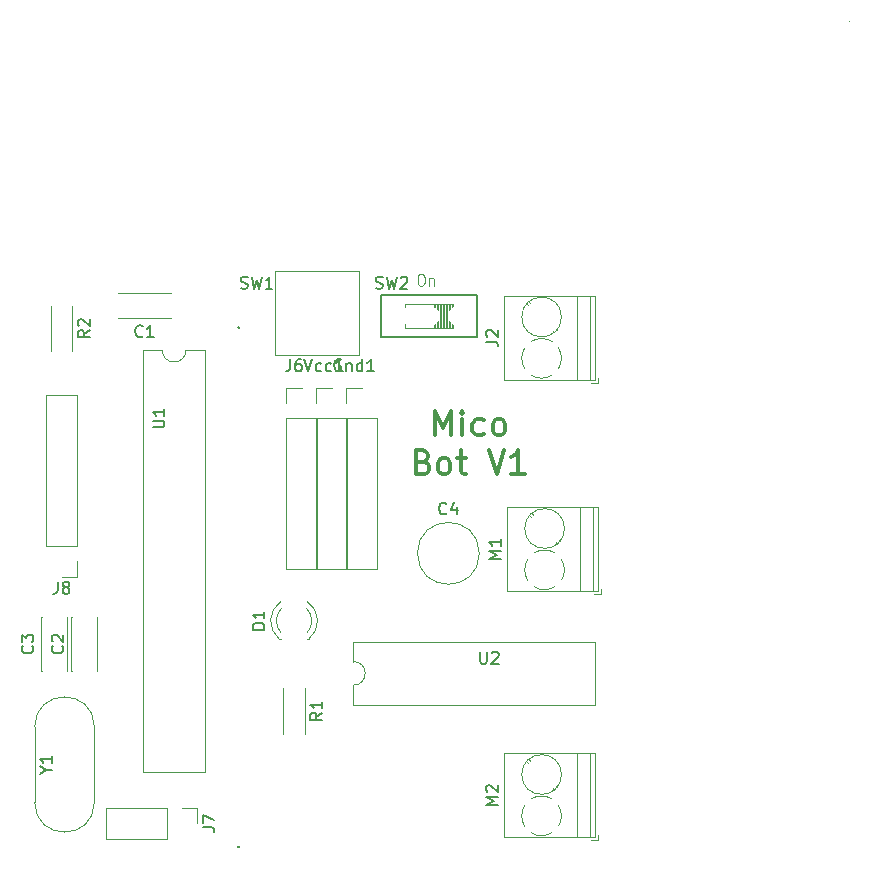
<source format=gto>
G04 #@! TF.GenerationSoftware,KiCad,Pcbnew,(5.1.8)-1*
G04 #@! TF.CreationDate,2021-03-23T12:44:49+01:00*
G04 #@! TF.ProjectId,MicoBot1,4d69636f-426f-4743-912e-6b696361645f,rev?*
G04 #@! TF.SameCoordinates,Original*
G04 #@! TF.FileFunction,Legend,Top*
G04 #@! TF.FilePolarity,Positive*
%FSLAX46Y46*%
G04 Gerber Fmt 4.6, Leading zero omitted, Abs format (unit mm)*
G04 Created by KiCad (PCBNEW (5.1.8)-1) date 2021-03-23 12:44:49*
%MOMM*%
%LPD*%
G01*
G04 APERTURE LIST*
%ADD10C,0.300000*%
%ADD11C,0.120000*%
%ADD12C,0.127000*%
%ADD13C,0.150000*%
%ADD14C,0.050000*%
%ADD15C,2.502000*%
%ADD16O,1.702000X1.702000*%
%ADD17C,1.626000*%
%ADD18C,1.778400*%
%ADD19C,1.502000*%
%ADD20O,1.502000X1.502000*%
%ADD21C,1.902000*%
%ADD22C,1.702000*%
%ADD23C,1.602000*%
%ADD24C,1.302000*%
%ADD25O,1.802000X1.802000*%
G04 APERTURE END LIST*
D10*
X135144238Y-113808761D02*
X135144238Y-111808761D01*
X135810904Y-113237333D01*
X136477571Y-111808761D01*
X136477571Y-113808761D01*
X137429952Y-113808761D02*
X137429952Y-112475428D01*
X137429952Y-111808761D02*
X137334714Y-111904000D01*
X137429952Y-111999238D01*
X137525190Y-111904000D01*
X137429952Y-111808761D01*
X137429952Y-111999238D01*
X139239476Y-113713523D02*
X139049000Y-113808761D01*
X138668047Y-113808761D01*
X138477571Y-113713523D01*
X138382333Y-113618285D01*
X138287095Y-113427809D01*
X138287095Y-112856380D01*
X138382333Y-112665904D01*
X138477571Y-112570666D01*
X138668047Y-112475428D01*
X139049000Y-112475428D01*
X139239476Y-112570666D01*
X140382333Y-113808761D02*
X140191857Y-113713523D01*
X140096619Y-113618285D01*
X140001380Y-113427809D01*
X140001380Y-112856380D01*
X140096619Y-112665904D01*
X140191857Y-112570666D01*
X140382333Y-112475428D01*
X140668047Y-112475428D01*
X140858523Y-112570666D01*
X140953761Y-112665904D01*
X141049000Y-112856380D01*
X141049000Y-113427809D01*
X140953761Y-113618285D01*
X140858523Y-113713523D01*
X140668047Y-113808761D01*
X140382333Y-113808761D01*
X134144238Y-116061142D02*
X134429952Y-116156380D01*
X134525190Y-116251619D01*
X134620428Y-116442095D01*
X134620428Y-116727809D01*
X134525190Y-116918285D01*
X134429952Y-117013523D01*
X134239476Y-117108761D01*
X133477571Y-117108761D01*
X133477571Y-115108761D01*
X134144238Y-115108761D01*
X134334714Y-115204000D01*
X134429952Y-115299238D01*
X134525190Y-115489714D01*
X134525190Y-115680190D01*
X134429952Y-115870666D01*
X134334714Y-115965904D01*
X134144238Y-116061142D01*
X133477571Y-116061142D01*
X135763285Y-117108761D02*
X135572809Y-117013523D01*
X135477571Y-116918285D01*
X135382333Y-116727809D01*
X135382333Y-116156380D01*
X135477571Y-115965904D01*
X135572809Y-115870666D01*
X135763285Y-115775428D01*
X136049000Y-115775428D01*
X136239476Y-115870666D01*
X136334714Y-115965904D01*
X136429952Y-116156380D01*
X136429952Y-116727809D01*
X136334714Y-116918285D01*
X136239476Y-117013523D01*
X136049000Y-117108761D01*
X135763285Y-117108761D01*
X137001380Y-115775428D02*
X137763285Y-115775428D01*
X137287095Y-115108761D02*
X137287095Y-116823047D01*
X137382333Y-117013523D01*
X137572809Y-117108761D01*
X137763285Y-117108761D01*
X139668047Y-115108761D02*
X140334714Y-117108761D01*
X141001380Y-115108761D01*
X142715666Y-117108761D02*
X141572809Y-117108761D01*
X142144238Y-117108761D02*
X142144238Y-115108761D01*
X141953761Y-115394476D01*
X141763285Y-115584952D01*
X141572809Y-115680190D01*
D11*
X170180000Y-78740000D02*
X170180000Y-78740000D01*
X112030000Y-106620000D02*
X110380000Y-106620000D01*
X110380000Y-106620000D02*
X110380000Y-142300000D01*
X110380000Y-142300000D02*
X115680000Y-142300000D01*
X115680000Y-142300000D02*
X115680000Y-106620000D01*
X115680000Y-106620000D02*
X114030000Y-106620000D01*
X114030000Y-106620000D02*
G75*
G02*
X112030000Y-106620000I-1000000J0D01*
G01*
X128210000Y-134985000D02*
X128210000Y-136635000D01*
X128210000Y-136635000D02*
X148650000Y-136635000D01*
X148650000Y-136635000D02*
X148650000Y-131335000D01*
X148650000Y-131335000D02*
X128210000Y-131335000D01*
X128210000Y-131335000D02*
X128210000Y-132985000D01*
X128210000Y-132985000D02*
G75*
G02*
X128210000Y-134985000I0J-1000000D01*
G01*
X121539000Y-99949000D02*
X121539000Y-107061000D01*
X121539000Y-107061000D02*
X128651000Y-107061000D01*
X128651000Y-107061000D02*
X128651000Y-99949000D01*
X128651000Y-99949000D02*
X121539000Y-99949000D01*
D12*
X135128000Y-104775000D02*
X135128000Y-102743000D01*
X135382000Y-102743000D02*
X135382000Y-104775000D01*
X135636000Y-104775000D02*
X135636000Y-102743000D01*
X135890000Y-102743000D02*
X135890000Y-104775000D01*
X136144000Y-104775000D02*
X136144000Y-102743000D01*
X136398000Y-102743000D02*
X136398000Y-104775000D01*
X136652000Y-104775000D02*
X136652000Y-102743000D01*
X138684000Y-101981000D02*
X138684000Y-105537000D01*
X130556000Y-101981000D02*
X138684000Y-101981000D01*
X130556000Y-105537000D02*
X130556000Y-101981000D01*
X138684000Y-105537000D02*
X130556000Y-105537000D01*
D11*
X136652000Y-104775000D02*
X132588000Y-104775000D01*
X132588000Y-104775000D02*
X132588000Y-102743000D01*
X132588000Y-102743000D02*
X136652000Y-102743000D01*
X124110000Y-135240000D02*
X124110000Y-139080000D01*
X122270000Y-135240000D02*
X122270000Y-139080000D01*
X121954000Y-131100000D02*
X122110000Y-131100000D01*
X124270000Y-131100000D02*
X124426000Y-131100000D01*
X122111392Y-127867665D02*
G75*
G03*
X121954484Y-131100000I1078608J-1672335D01*
G01*
X124268608Y-127867665D02*
G75*
G02*
X124425516Y-131100000I-1078608J-1672335D01*
G01*
X122110163Y-128498870D02*
G75*
G03*
X122110000Y-130580961I1079837J-1041130D01*
G01*
X124269837Y-128498870D02*
G75*
G02*
X124270000Y-130580961I-1079837J-1041130D01*
G01*
X104340000Y-133755000D02*
X104340000Y-129215000D01*
X106480000Y-133755000D02*
X106480000Y-129215000D01*
X104340000Y-133755000D02*
X104355000Y-133755000D01*
X106465000Y-133755000D02*
X106480000Y-133755000D01*
X104340000Y-129215000D02*
X104355000Y-129215000D01*
X106465000Y-129215000D02*
X106480000Y-129215000D01*
X103925000Y-129215000D02*
X103940000Y-129215000D01*
X101800000Y-129215000D02*
X101815000Y-129215000D01*
X103925000Y-133755000D02*
X103940000Y-133755000D01*
X101800000Y-133755000D02*
X101815000Y-133755000D01*
X103940000Y-133755000D02*
X103940000Y-129215000D01*
X101800000Y-133755000D02*
X101800000Y-129215000D01*
X112800000Y-103940000D02*
X108260000Y-103940000D01*
X112800000Y-101800000D02*
X108260000Y-101800000D01*
X112800000Y-103940000D02*
X112800000Y-103925000D01*
X112800000Y-101815000D02*
X112800000Y-101800000D01*
X108260000Y-103940000D02*
X108260000Y-103925000D01*
X108260000Y-101815000D02*
X108260000Y-101800000D01*
X104425000Y-102855000D02*
X104425000Y-106695000D01*
X102585000Y-102855000D02*
X102585000Y-106695000D01*
X101234000Y-144905000D02*
X101234000Y-138505000D01*
X106284000Y-144905000D02*
X106284000Y-138505000D01*
X106284000Y-144905000D02*
G75*
G02*
X101234000Y-144905000I-2525000J0D01*
G01*
X106284000Y-138505000D02*
G75*
G03*
X101234000Y-138505000I-2525000J0D01*
G01*
X138875000Y-123825000D02*
G75*
G03*
X138875000Y-123825000I-2620000J0D01*
G01*
X145825000Y-103815000D02*
G75*
G03*
X145825000Y-103815000I-1680000J0D01*
G01*
X148245000Y-109125000D02*
X148245000Y-102005000D01*
X147145000Y-109125000D02*
X147145000Y-102005000D01*
X140985000Y-109125000D02*
X140985000Y-102005000D01*
X148705000Y-109125000D02*
X148705000Y-102005000D01*
X140985000Y-109125000D02*
X148705000Y-109125000D01*
X140985000Y-102005000D02*
X148705000Y-102005000D01*
X143076000Y-102540000D02*
X143204000Y-102669000D01*
X145326000Y-104790000D02*
X145419000Y-104884000D01*
X142870000Y-102745000D02*
X142964000Y-102839000D01*
X145086000Y-104960000D02*
X145214000Y-105089000D01*
X148305000Y-109365000D02*
X148945000Y-109365000D01*
X148945000Y-109365000D02*
X148945000Y-108965000D01*
X145569721Y-106424736D02*
G75*
G02*
X145825000Y-107315000I-1424721J-890264D01*
G01*
X143254807Y-105889495D02*
G75*
G02*
X145036000Y-105890000I890193J-1425505D01*
G01*
X142719642Y-108204894D02*
G75*
G02*
X142705000Y-106449000I1425358J889894D01*
G01*
X145034894Y-108740358D02*
G75*
G02*
X143279000Y-108755000I-889894J1425358D01*
G01*
X145825099Y-107286326D02*
G75*
G02*
X145585000Y-108181000I-1680099J-28674D01*
G01*
X145825000Y-142550000D02*
G75*
G03*
X145825000Y-142550000I-1680000J0D01*
G01*
X148245000Y-147860000D02*
X148245000Y-140740000D01*
X147145000Y-147860000D02*
X147145000Y-140740000D01*
X140985000Y-147860000D02*
X140985000Y-140740000D01*
X148705000Y-147860000D02*
X148705000Y-140740000D01*
X140985000Y-147860000D02*
X148705000Y-147860000D01*
X140985000Y-140740000D02*
X148705000Y-140740000D01*
X143076000Y-141275000D02*
X143204000Y-141404000D01*
X145326000Y-143525000D02*
X145419000Y-143619000D01*
X142870000Y-141480000D02*
X142964000Y-141574000D01*
X145086000Y-143695000D02*
X145214000Y-143824000D01*
X148305000Y-148100000D02*
X148945000Y-148100000D01*
X148945000Y-148100000D02*
X148945000Y-147700000D01*
X145569721Y-145159736D02*
G75*
G02*
X145825000Y-146050000I-1424721J-890264D01*
G01*
X143254807Y-144624495D02*
G75*
G02*
X145036000Y-144625000I890193J-1425505D01*
G01*
X142719642Y-146939894D02*
G75*
G02*
X142705000Y-145184000I1425358J889894D01*
G01*
X145034894Y-147475358D02*
G75*
G02*
X143279000Y-147490000I-889894J1425358D01*
G01*
X145825099Y-146021326D02*
G75*
G02*
X145585000Y-146916000I-1680099J-28674D01*
G01*
X149199000Y-127272000D02*
X149199000Y-126872000D01*
X148559000Y-127272000D02*
X149199000Y-127272000D01*
X145340000Y-122867000D02*
X145468000Y-122996000D01*
X143124000Y-120652000D02*
X143218000Y-120746000D01*
X145580000Y-122697000D02*
X145673000Y-122791000D01*
X143330000Y-120447000D02*
X143458000Y-120576000D01*
X141239000Y-119912000D02*
X148959000Y-119912000D01*
X141239000Y-127032000D02*
X148959000Y-127032000D01*
X148959000Y-127032000D02*
X148959000Y-119912000D01*
X141239000Y-127032000D02*
X141239000Y-119912000D01*
X147399000Y-127032000D02*
X147399000Y-119912000D01*
X148499000Y-127032000D02*
X148499000Y-119912000D01*
X146079000Y-121722000D02*
G75*
G03*
X146079000Y-121722000I-1680000J0D01*
G01*
X146079099Y-125193326D02*
G75*
G02*
X145839000Y-126088000I-1680099J-28674D01*
G01*
X145288894Y-126647358D02*
G75*
G02*
X143533000Y-126662000I-889894J1425358D01*
G01*
X142973642Y-126111894D02*
G75*
G02*
X142959000Y-124356000I1425358J889894D01*
G01*
X143508807Y-123796495D02*
G75*
G02*
X145290000Y-123797000I890193J-1425505D01*
G01*
X145823721Y-124331736D02*
G75*
G02*
X146079000Y-125222000I-1424721J-890264D01*
G01*
X122495000Y-125155000D02*
X125155000Y-125155000D01*
X122495000Y-112395000D02*
X122495000Y-125155000D01*
X125155000Y-112395000D02*
X125155000Y-125155000D01*
X122495000Y-112395000D02*
X125155000Y-112395000D01*
X122495000Y-111125000D02*
X122495000Y-109795000D01*
X122495000Y-109795000D02*
X123825000Y-109795000D01*
X107255000Y-145355000D02*
X107255000Y-148015000D01*
X112395000Y-145355000D02*
X107255000Y-145355000D01*
X112395000Y-148015000D02*
X107255000Y-148015000D01*
X112395000Y-145355000D02*
X112395000Y-148015000D01*
X113665000Y-145355000D02*
X114995000Y-145355000D01*
X114995000Y-145355000D02*
X114995000Y-146685000D01*
X104835000Y-125790000D02*
X103505000Y-125790000D01*
X104835000Y-124460000D02*
X104835000Y-125790000D01*
X104835000Y-123190000D02*
X102175000Y-123190000D01*
X102175000Y-123190000D02*
X102175000Y-110430000D01*
X104835000Y-123190000D02*
X104835000Y-110430000D01*
X104835000Y-110430000D02*
X102175000Y-110430000D01*
X125035000Y-109795000D02*
X126365000Y-109795000D01*
X125035000Y-111125000D02*
X125035000Y-109795000D01*
X125035000Y-112395000D02*
X127695000Y-112395000D01*
X127695000Y-112395000D02*
X127695000Y-125155000D01*
X125035000Y-112395000D02*
X125035000Y-125155000D01*
X125035000Y-125155000D02*
X127695000Y-125155000D01*
X127575000Y-125155000D02*
X130235000Y-125155000D01*
X127575000Y-112395000D02*
X127575000Y-125155000D01*
X130235000Y-112395000D02*
X130235000Y-125155000D01*
X127575000Y-112395000D02*
X130235000Y-112395000D01*
X127575000Y-111125000D02*
X127575000Y-109795000D01*
X127575000Y-109795000D02*
X128905000Y-109795000D01*
D13*
X118500000Y-148627142D02*
X118547619Y-148674761D01*
X118500000Y-148722380D01*
X118452380Y-148674761D01*
X118500000Y-148627142D01*
X118500000Y-148722380D01*
X118500000Y-104627142D02*
X118547619Y-104674761D01*
X118500000Y-104722380D01*
X118452380Y-104674761D01*
X118500000Y-104627142D01*
X118500000Y-104722380D01*
X111212380Y-113156904D02*
X112021904Y-113156904D01*
X112117142Y-113109285D01*
X112164761Y-113061666D01*
X112212380Y-112966428D01*
X112212380Y-112775952D01*
X112164761Y-112680714D01*
X112117142Y-112633095D01*
X112021904Y-112585476D01*
X111212380Y-112585476D01*
X112212380Y-111585476D02*
X112212380Y-112156904D01*
X112212380Y-111871190D02*
X111212380Y-111871190D01*
X111355238Y-111966428D01*
X111450476Y-112061666D01*
X111498095Y-112156904D01*
X138938095Y-132167380D02*
X138938095Y-132976904D01*
X138985714Y-133072142D01*
X139033333Y-133119761D01*
X139128571Y-133167380D01*
X139319047Y-133167380D01*
X139414285Y-133119761D01*
X139461904Y-133072142D01*
X139509523Y-132976904D01*
X139509523Y-132167380D01*
X139938095Y-132262619D02*
X139985714Y-132215000D01*
X140080952Y-132167380D01*
X140319047Y-132167380D01*
X140414285Y-132215000D01*
X140461904Y-132262619D01*
X140509523Y-132357857D01*
X140509523Y-132453095D01*
X140461904Y-132595952D01*
X139890476Y-133167380D01*
X140509523Y-133167380D01*
X118681666Y-101369761D02*
X118824523Y-101417380D01*
X119062619Y-101417380D01*
X119157857Y-101369761D01*
X119205476Y-101322142D01*
X119253095Y-101226904D01*
X119253095Y-101131666D01*
X119205476Y-101036428D01*
X119157857Y-100988809D01*
X119062619Y-100941190D01*
X118872142Y-100893571D01*
X118776904Y-100845952D01*
X118729285Y-100798333D01*
X118681666Y-100703095D01*
X118681666Y-100607857D01*
X118729285Y-100512619D01*
X118776904Y-100465000D01*
X118872142Y-100417380D01*
X119110238Y-100417380D01*
X119253095Y-100465000D01*
X119586428Y-100417380D02*
X119824523Y-101417380D01*
X120015000Y-100703095D01*
X120205476Y-101417380D01*
X120443571Y-100417380D01*
X121348333Y-101417380D02*
X120776904Y-101417380D01*
X121062619Y-101417380D02*
X121062619Y-100417380D01*
X120967380Y-100560238D01*
X120872142Y-100655476D01*
X120776904Y-100703095D01*
X130111666Y-101369761D02*
X130254523Y-101417380D01*
X130492619Y-101417380D01*
X130587857Y-101369761D01*
X130635476Y-101322142D01*
X130683095Y-101226904D01*
X130683095Y-101131666D01*
X130635476Y-101036428D01*
X130587857Y-100988809D01*
X130492619Y-100941190D01*
X130302142Y-100893571D01*
X130206904Y-100845952D01*
X130159285Y-100798333D01*
X130111666Y-100703095D01*
X130111666Y-100607857D01*
X130159285Y-100512619D01*
X130206904Y-100465000D01*
X130302142Y-100417380D01*
X130540238Y-100417380D01*
X130683095Y-100465000D01*
X131016428Y-100417380D02*
X131254523Y-101417380D01*
X131445000Y-100703095D01*
X131635476Y-101417380D01*
X131873571Y-100417380D01*
X132206904Y-100512619D02*
X132254523Y-100465000D01*
X132349761Y-100417380D01*
X132587857Y-100417380D01*
X132683095Y-100465000D01*
X132730714Y-100512619D01*
X132778333Y-100607857D01*
X132778333Y-100703095D01*
X132730714Y-100845952D01*
X132159285Y-101417380D01*
X132778333Y-101417380D01*
D14*
X133873142Y-100163380D02*
X134044571Y-100163380D01*
X134130285Y-100211000D01*
X134216000Y-100306238D01*
X134258857Y-100496714D01*
X134258857Y-100830047D01*
X134216000Y-101020523D01*
X134130285Y-101115761D01*
X134044571Y-101163380D01*
X133873142Y-101163380D01*
X133787428Y-101115761D01*
X133701714Y-101020523D01*
X133658857Y-100830047D01*
X133658857Y-100496714D01*
X133701714Y-100306238D01*
X133787428Y-100211000D01*
X133873142Y-100163380D01*
X134644571Y-100496714D02*
X134644571Y-101163380D01*
X134644571Y-100591952D02*
X134687428Y-100544333D01*
X134773142Y-100496714D01*
X134901714Y-100496714D01*
X134987428Y-100544333D01*
X135030285Y-100639571D01*
X135030285Y-101163380D01*
D13*
X125562380Y-137326666D02*
X125086190Y-137660000D01*
X125562380Y-137898095D02*
X124562380Y-137898095D01*
X124562380Y-137517142D01*
X124610000Y-137421904D01*
X124657619Y-137374285D01*
X124752857Y-137326666D01*
X124895714Y-137326666D01*
X124990952Y-137374285D01*
X125038571Y-137421904D01*
X125086190Y-137517142D01*
X125086190Y-137898095D01*
X125562380Y-136374285D02*
X125562380Y-136945714D01*
X125562380Y-136660000D02*
X124562380Y-136660000D01*
X124705238Y-136755238D01*
X124800476Y-136850476D01*
X124848095Y-136945714D01*
X120682380Y-130278095D02*
X119682380Y-130278095D01*
X119682380Y-130040000D01*
X119730000Y-129897142D01*
X119825238Y-129801904D01*
X119920476Y-129754285D01*
X120110952Y-129706666D01*
X120253809Y-129706666D01*
X120444285Y-129754285D01*
X120539523Y-129801904D01*
X120634761Y-129897142D01*
X120682380Y-130040000D01*
X120682380Y-130278095D01*
X120682380Y-128754285D02*
X120682380Y-129325714D01*
X120682380Y-129040000D02*
X119682380Y-129040000D01*
X119825238Y-129135238D01*
X119920476Y-129230476D01*
X119968095Y-129325714D01*
X103567142Y-131651666D02*
X103614761Y-131699285D01*
X103662380Y-131842142D01*
X103662380Y-131937380D01*
X103614761Y-132080238D01*
X103519523Y-132175476D01*
X103424285Y-132223095D01*
X103233809Y-132270714D01*
X103090952Y-132270714D01*
X102900476Y-132223095D01*
X102805238Y-132175476D01*
X102710000Y-132080238D01*
X102662380Y-131937380D01*
X102662380Y-131842142D01*
X102710000Y-131699285D01*
X102757619Y-131651666D01*
X102757619Y-131270714D02*
X102710000Y-131223095D01*
X102662380Y-131127857D01*
X102662380Y-130889761D01*
X102710000Y-130794523D01*
X102757619Y-130746904D01*
X102852857Y-130699285D01*
X102948095Y-130699285D01*
X103090952Y-130746904D01*
X103662380Y-131318333D01*
X103662380Y-130699285D01*
X101027142Y-131651666D02*
X101074761Y-131699285D01*
X101122380Y-131842142D01*
X101122380Y-131937380D01*
X101074761Y-132080238D01*
X100979523Y-132175476D01*
X100884285Y-132223095D01*
X100693809Y-132270714D01*
X100550952Y-132270714D01*
X100360476Y-132223095D01*
X100265238Y-132175476D01*
X100170000Y-132080238D01*
X100122380Y-131937380D01*
X100122380Y-131842142D01*
X100170000Y-131699285D01*
X100217619Y-131651666D01*
X100122380Y-131318333D02*
X100122380Y-130699285D01*
X100503333Y-131032619D01*
X100503333Y-130889761D01*
X100550952Y-130794523D01*
X100598571Y-130746904D01*
X100693809Y-130699285D01*
X100931904Y-130699285D01*
X101027142Y-130746904D01*
X101074761Y-130794523D01*
X101122380Y-130889761D01*
X101122380Y-131175476D01*
X101074761Y-131270714D01*
X101027142Y-131318333D01*
X110363333Y-105427142D02*
X110315714Y-105474761D01*
X110172857Y-105522380D01*
X110077619Y-105522380D01*
X109934761Y-105474761D01*
X109839523Y-105379523D01*
X109791904Y-105284285D01*
X109744285Y-105093809D01*
X109744285Y-104950952D01*
X109791904Y-104760476D01*
X109839523Y-104665238D01*
X109934761Y-104570000D01*
X110077619Y-104522380D01*
X110172857Y-104522380D01*
X110315714Y-104570000D01*
X110363333Y-104617619D01*
X111315714Y-105522380D02*
X110744285Y-105522380D01*
X111030000Y-105522380D02*
X111030000Y-104522380D01*
X110934761Y-104665238D01*
X110839523Y-104760476D01*
X110744285Y-104808095D01*
X105877380Y-104941666D02*
X105401190Y-105275000D01*
X105877380Y-105513095D02*
X104877380Y-105513095D01*
X104877380Y-105132142D01*
X104925000Y-105036904D01*
X104972619Y-104989285D01*
X105067857Y-104941666D01*
X105210714Y-104941666D01*
X105305952Y-104989285D01*
X105353571Y-105036904D01*
X105401190Y-105132142D01*
X105401190Y-105513095D01*
X104972619Y-104560714D02*
X104925000Y-104513095D01*
X104877380Y-104417857D01*
X104877380Y-104179761D01*
X104925000Y-104084523D01*
X104972619Y-104036904D01*
X105067857Y-103989285D01*
X105163095Y-103989285D01*
X105305952Y-104036904D01*
X105877380Y-104608333D01*
X105877380Y-103989285D01*
X102211190Y-142181190D02*
X102687380Y-142181190D01*
X101687380Y-142514523D02*
X102211190Y-142181190D01*
X101687380Y-141847857D01*
X102687380Y-140990714D02*
X102687380Y-141562142D01*
X102687380Y-141276428D02*
X101687380Y-141276428D01*
X101830238Y-141371666D01*
X101925476Y-141466904D01*
X101973095Y-141562142D01*
X136088333Y-120432142D02*
X136040714Y-120479761D01*
X135897857Y-120527380D01*
X135802619Y-120527380D01*
X135659761Y-120479761D01*
X135564523Y-120384523D01*
X135516904Y-120289285D01*
X135469285Y-120098809D01*
X135469285Y-119955952D01*
X135516904Y-119765476D01*
X135564523Y-119670238D01*
X135659761Y-119575000D01*
X135802619Y-119527380D01*
X135897857Y-119527380D01*
X136040714Y-119575000D01*
X136088333Y-119622619D01*
X136945476Y-119860714D02*
X136945476Y-120527380D01*
X136707380Y-119479761D02*
X136469285Y-120194047D01*
X137088333Y-120194047D01*
X139437380Y-105898333D02*
X140151666Y-105898333D01*
X140294523Y-105945952D01*
X140389761Y-106041190D01*
X140437380Y-106184047D01*
X140437380Y-106279285D01*
X139532619Y-105469761D02*
X139485000Y-105422142D01*
X139437380Y-105326904D01*
X139437380Y-105088809D01*
X139485000Y-104993571D01*
X139532619Y-104945952D01*
X139627857Y-104898333D01*
X139723095Y-104898333D01*
X139865952Y-104945952D01*
X140437380Y-105517380D01*
X140437380Y-104898333D01*
X140437380Y-145109523D02*
X139437380Y-145109523D01*
X140151666Y-144776190D01*
X139437380Y-144442857D01*
X140437380Y-144442857D01*
X139532619Y-144014285D02*
X139485000Y-143966666D01*
X139437380Y-143871428D01*
X139437380Y-143633333D01*
X139485000Y-143538095D01*
X139532619Y-143490476D01*
X139627857Y-143442857D01*
X139723095Y-143442857D01*
X139865952Y-143490476D01*
X140437380Y-144061904D01*
X140437380Y-143442857D01*
X140691380Y-124281523D02*
X139691380Y-124281523D01*
X140405666Y-123948190D01*
X139691380Y-123614857D01*
X140691380Y-123614857D01*
X140691380Y-122614857D02*
X140691380Y-123186285D01*
X140691380Y-122900571D02*
X139691380Y-122900571D01*
X139834238Y-122995809D01*
X139929476Y-123091047D01*
X139977095Y-123186285D01*
X122856666Y-107402380D02*
X122856666Y-108116666D01*
X122809047Y-108259523D01*
X122713809Y-108354761D01*
X122570952Y-108402380D01*
X122475714Y-108402380D01*
X123761428Y-107402380D02*
X123570952Y-107402380D01*
X123475714Y-107450000D01*
X123428095Y-107497619D01*
X123332857Y-107640476D01*
X123285238Y-107830952D01*
X123285238Y-108211904D01*
X123332857Y-108307142D01*
X123380476Y-108354761D01*
X123475714Y-108402380D01*
X123666190Y-108402380D01*
X123761428Y-108354761D01*
X123809047Y-108307142D01*
X123856666Y-108211904D01*
X123856666Y-107973809D01*
X123809047Y-107878571D01*
X123761428Y-107830952D01*
X123666190Y-107783333D01*
X123475714Y-107783333D01*
X123380476Y-107830952D01*
X123332857Y-107878571D01*
X123285238Y-107973809D01*
X115447380Y-147018333D02*
X116161666Y-147018333D01*
X116304523Y-147065952D01*
X116399761Y-147161190D01*
X116447380Y-147304047D01*
X116447380Y-147399285D01*
X115447380Y-146637380D02*
X115447380Y-145970714D01*
X116447380Y-146399285D01*
X103171666Y-126242380D02*
X103171666Y-126956666D01*
X103124047Y-127099523D01*
X103028809Y-127194761D01*
X102885952Y-127242380D01*
X102790714Y-127242380D01*
X103790714Y-126670952D02*
X103695476Y-126623333D01*
X103647857Y-126575714D01*
X103600238Y-126480476D01*
X103600238Y-126432857D01*
X103647857Y-126337619D01*
X103695476Y-126290000D01*
X103790714Y-126242380D01*
X103981190Y-126242380D01*
X104076428Y-126290000D01*
X104124047Y-126337619D01*
X104171666Y-126432857D01*
X104171666Y-126480476D01*
X104124047Y-126575714D01*
X104076428Y-126623333D01*
X103981190Y-126670952D01*
X103790714Y-126670952D01*
X103695476Y-126718571D01*
X103647857Y-126766190D01*
X103600238Y-126861428D01*
X103600238Y-127051904D01*
X103647857Y-127147142D01*
X103695476Y-127194761D01*
X103790714Y-127242380D01*
X103981190Y-127242380D01*
X104076428Y-127194761D01*
X104124047Y-127147142D01*
X104171666Y-127051904D01*
X104171666Y-126861428D01*
X104124047Y-126766190D01*
X104076428Y-126718571D01*
X103981190Y-126670952D01*
X124063333Y-107402380D02*
X124396666Y-108402380D01*
X124730000Y-107402380D01*
X125491904Y-108354761D02*
X125396666Y-108402380D01*
X125206190Y-108402380D01*
X125110952Y-108354761D01*
X125063333Y-108307142D01*
X125015714Y-108211904D01*
X125015714Y-107926190D01*
X125063333Y-107830952D01*
X125110952Y-107783333D01*
X125206190Y-107735714D01*
X125396666Y-107735714D01*
X125491904Y-107783333D01*
X126349047Y-108354761D02*
X126253809Y-108402380D01*
X126063333Y-108402380D01*
X125968095Y-108354761D01*
X125920476Y-108307142D01*
X125872857Y-108211904D01*
X125872857Y-107926190D01*
X125920476Y-107830952D01*
X125968095Y-107783333D01*
X126063333Y-107735714D01*
X126253809Y-107735714D01*
X126349047Y-107783333D01*
X127301428Y-108402380D02*
X126730000Y-108402380D01*
X127015714Y-108402380D02*
X127015714Y-107402380D01*
X126920476Y-107545238D01*
X126825238Y-107640476D01*
X126730000Y-107688095D01*
X127150952Y-107450000D02*
X127055714Y-107402380D01*
X126912857Y-107402380D01*
X126770000Y-107450000D01*
X126674761Y-107545238D01*
X126627142Y-107640476D01*
X126579523Y-107830952D01*
X126579523Y-107973809D01*
X126627142Y-108164285D01*
X126674761Y-108259523D01*
X126770000Y-108354761D01*
X126912857Y-108402380D01*
X127008095Y-108402380D01*
X127150952Y-108354761D01*
X127198571Y-108307142D01*
X127198571Y-107973809D01*
X127008095Y-107973809D01*
X127627142Y-107735714D02*
X127627142Y-108402380D01*
X127627142Y-107830952D02*
X127674761Y-107783333D01*
X127770000Y-107735714D01*
X127912857Y-107735714D01*
X128008095Y-107783333D01*
X128055714Y-107878571D01*
X128055714Y-108402380D01*
X128960476Y-108402380D02*
X128960476Y-107402380D01*
X128960476Y-108354761D02*
X128865238Y-108402380D01*
X128674761Y-108402380D01*
X128579523Y-108354761D01*
X128531904Y-108307142D01*
X128484285Y-108211904D01*
X128484285Y-107926190D01*
X128531904Y-107830952D01*
X128579523Y-107783333D01*
X128674761Y-107735714D01*
X128865238Y-107735714D01*
X128960476Y-107783333D01*
X129960476Y-108402380D02*
X129389047Y-108402380D01*
X129674761Y-108402380D02*
X129674761Y-107402380D01*
X129579523Y-107545238D01*
X129484285Y-107640476D01*
X129389047Y-107688095D01*
%LPC*%
D15*
X118500000Y-147000000D03*
X118500000Y-103000000D03*
G36*
G01*
X108369000Y-108750000D02*
X108369000Y-107150000D01*
G75*
G02*
X108420000Y-107099000I51000J0D01*
G01*
X110020000Y-107099000D01*
G75*
G02*
X110071000Y-107150000I0J-51000D01*
G01*
X110071000Y-108750000D01*
G75*
G02*
X110020000Y-108801000I-51000J0D01*
G01*
X108420000Y-108801000D01*
G75*
G02*
X108369000Y-108750000I0J51000D01*
G01*
G37*
D16*
X116840000Y-140970000D03*
X109220000Y-110490000D03*
X116840000Y-138430000D03*
X109220000Y-113030000D03*
X116840000Y-135890000D03*
X109220000Y-115570000D03*
X116840000Y-133350000D03*
X109220000Y-118110000D03*
X116840000Y-130810000D03*
X109220000Y-120650000D03*
X116840000Y-128270000D03*
X109220000Y-123190000D03*
X116840000Y-125730000D03*
X109220000Y-125730000D03*
X116840000Y-123190000D03*
X109220000Y-128270000D03*
X116840000Y-120650000D03*
X109220000Y-130810000D03*
X116840000Y-118110000D03*
X109220000Y-133350000D03*
X116840000Y-115570000D03*
X109220000Y-135890000D03*
X116840000Y-113030000D03*
X109220000Y-138430000D03*
X116840000Y-110490000D03*
X109220000Y-140970000D03*
X116840000Y-107950000D03*
G36*
G01*
X130340000Y-138646000D02*
X128740000Y-138646000D01*
G75*
G02*
X128689000Y-138595000I0J51000D01*
G01*
X128689000Y-136995000D01*
G75*
G02*
X128740000Y-136944000I51000J0D01*
G01*
X130340000Y-136944000D01*
G75*
G02*
X130391000Y-136995000I0J-51000D01*
G01*
X130391000Y-138595000D01*
G75*
G02*
X130340000Y-138646000I-51000J0D01*
G01*
G37*
X147320000Y-130175000D03*
X132080000Y-137795000D03*
X144780000Y-130175000D03*
X134620000Y-137795000D03*
X142240000Y-130175000D03*
X137160000Y-137795000D03*
X139700000Y-130175000D03*
X139700000Y-137795000D03*
X137160000Y-130175000D03*
X142240000Y-137795000D03*
X134620000Y-130175000D03*
X144780000Y-137795000D03*
X132080000Y-130175000D03*
X147320000Y-137795000D03*
X129540000Y-130175000D03*
D17*
X122555000Y-103505000D03*
X127635000Y-103505000D03*
D18*
X132080000Y-103759000D03*
X137160000Y-103759000D03*
X134620000Y-103759000D03*
D19*
X123190000Y-134620000D03*
D20*
X123190000Y-139700000D03*
G36*
G01*
X124090000Y-131761000D02*
X122290000Y-131761000D01*
G75*
G02*
X122239000Y-131710000I0J51000D01*
G01*
X122239000Y-129910000D01*
G75*
G02*
X122290000Y-129859000I51000J0D01*
G01*
X124090000Y-129859000D01*
G75*
G02*
X124141000Y-129910000I0J-51000D01*
G01*
X124141000Y-131710000D01*
G75*
G02*
X124090000Y-131761000I-51000J0D01*
G01*
G37*
D21*
X123190000Y-128270000D03*
D22*
X105410000Y-133985000D03*
X105410000Y-128985000D03*
X102870000Y-128985000D03*
X102870000Y-133985000D03*
X113030000Y-102870000D03*
X108030000Y-102870000D03*
D19*
X103505000Y-102235000D03*
D20*
X103505000Y-107315000D03*
D23*
X103759000Y-144145000D03*
X103759000Y-139265000D03*
D24*
X135255000Y-123825000D03*
X137255000Y-123825000D03*
G36*
G01*
X145345000Y-108566000D02*
X142945000Y-108566000D01*
G75*
G02*
X142894000Y-108515000I0J51000D01*
G01*
X142894000Y-106115000D01*
G75*
G02*
X142945000Y-106064000I51000J0D01*
G01*
X145345000Y-106064000D01*
G75*
G02*
X145396000Y-106115000I0J-51000D01*
G01*
X145396000Y-108515000D01*
G75*
G02*
X145345000Y-108566000I-51000J0D01*
G01*
G37*
D15*
X144145000Y-103815000D03*
G36*
G01*
X145345000Y-147301000D02*
X142945000Y-147301000D01*
G75*
G02*
X142894000Y-147250000I0J51000D01*
G01*
X142894000Y-144850000D01*
G75*
G02*
X142945000Y-144799000I51000J0D01*
G01*
X145345000Y-144799000D01*
G75*
G02*
X145396000Y-144850000I0J-51000D01*
G01*
X145396000Y-147250000D01*
G75*
G02*
X145345000Y-147301000I-51000J0D01*
G01*
G37*
X144145000Y-142550000D03*
X144399000Y-121722000D03*
G36*
G01*
X145599000Y-126473000D02*
X143199000Y-126473000D01*
G75*
G02*
X143148000Y-126422000I0J51000D01*
G01*
X143148000Y-124022000D01*
G75*
G02*
X143199000Y-123971000I51000J0D01*
G01*
X145599000Y-123971000D01*
G75*
G02*
X145650000Y-124022000I0J-51000D01*
G01*
X145650000Y-126422000D01*
G75*
G02*
X145599000Y-126473000I-51000J0D01*
G01*
G37*
G36*
G01*
X122924000Y-111975000D02*
X122924000Y-110275000D01*
G75*
G02*
X122975000Y-110224000I51000J0D01*
G01*
X124675000Y-110224000D01*
G75*
G02*
X124726000Y-110275000I0J-51000D01*
G01*
X124726000Y-111975000D01*
G75*
G02*
X124675000Y-112026000I-51000J0D01*
G01*
X122975000Y-112026000D01*
G75*
G02*
X122924000Y-111975000I0J51000D01*
G01*
G37*
D25*
X123825000Y-113665000D03*
X123825000Y-116205000D03*
X123825000Y-118745000D03*
X123825000Y-121285000D03*
X123825000Y-123825000D03*
G36*
G01*
X112815000Y-145784000D02*
X114515000Y-145784000D01*
G75*
G02*
X114566000Y-145835000I0J-51000D01*
G01*
X114566000Y-147535000D01*
G75*
G02*
X114515000Y-147586000I-51000J0D01*
G01*
X112815000Y-147586000D01*
G75*
G02*
X112764000Y-147535000I0J51000D01*
G01*
X112764000Y-145835000D01*
G75*
G02*
X112815000Y-145784000I51000J0D01*
G01*
G37*
X111125000Y-146685000D03*
X108585000Y-146685000D03*
X103505000Y-111760000D03*
X103505000Y-114300000D03*
X103505000Y-116840000D03*
X103505000Y-119380000D03*
X103505000Y-121920000D03*
G36*
G01*
X104406000Y-123610000D02*
X104406000Y-125310000D01*
G75*
G02*
X104355000Y-125361000I-51000J0D01*
G01*
X102655000Y-125361000D01*
G75*
G02*
X102604000Y-125310000I0J51000D01*
G01*
X102604000Y-123610000D01*
G75*
G02*
X102655000Y-123559000I51000J0D01*
G01*
X104355000Y-123559000D01*
G75*
G02*
X104406000Y-123610000I0J-51000D01*
G01*
G37*
X126365000Y-123825000D03*
X126365000Y-121285000D03*
X126365000Y-118745000D03*
X126365000Y-116205000D03*
X126365000Y-113665000D03*
G36*
G01*
X125464000Y-111975000D02*
X125464000Y-110275000D01*
G75*
G02*
X125515000Y-110224000I51000J0D01*
G01*
X127215000Y-110224000D01*
G75*
G02*
X127266000Y-110275000I0J-51000D01*
G01*
X127266000Y-111975000D01*
G75*
G02*
X127215000Y-112026000I-51000J0D01*
G01*
X125515000Y-112026000D01*
G75*
G02*
X125464000Y-111975000I0J51000D01*
G01*
G37*
G36*
G01*
X128004000Y-111975000D02*
X128004000Y-110275000D01*
G75*
G02*
X128055000Y-110224000I51000J0D01*
G01*
X129755000Y-110224000D01*
G75*
G02*
X129806000Y-110275000I0J-51000D01*
G01*
X129806000Y-111975000D01*
G75*
G02*
X129755000Y-112026000I-51000J0D01*
G01*
X128055000Y-112026000D01*
G75*
G02*
X128004000Y-111975000I0J51000D01*
G01*
G37*
X128905000Y-113665000D03*
X128905000Y-116205000D03*
X128905000Y-118745000D03*
X128905000Y-121285000D03*
X128905000Y-123825000D03*
M02*

</source>
